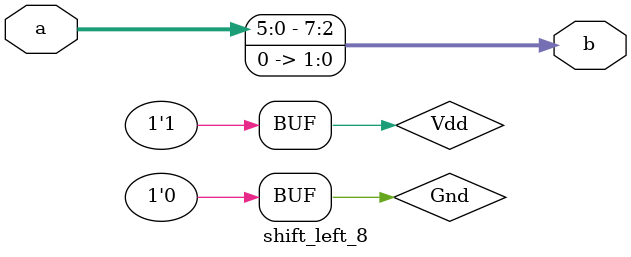
<source format=v>
`timescale 1ns/1ns
module shift_left_8(input [7:0]a, output [7:0]b);
  
  supply1 Vdd;
  supply0 Gnd;
  
  or or1(b[7],Gnd,a[5]);
  or or2(b[6],Gnd,a[4]);
  or or3(b[5],Gnd,a[3]);
  or or4(b[4],Gnd,a[2]);
  or or5(b[3],Gnd,a[1]);
  or or6(b[2],Gnd,a[0]);
  not not1(b[1],Vdd);
  not not2(b[0],Vdd);
  
endmodule

</source>
